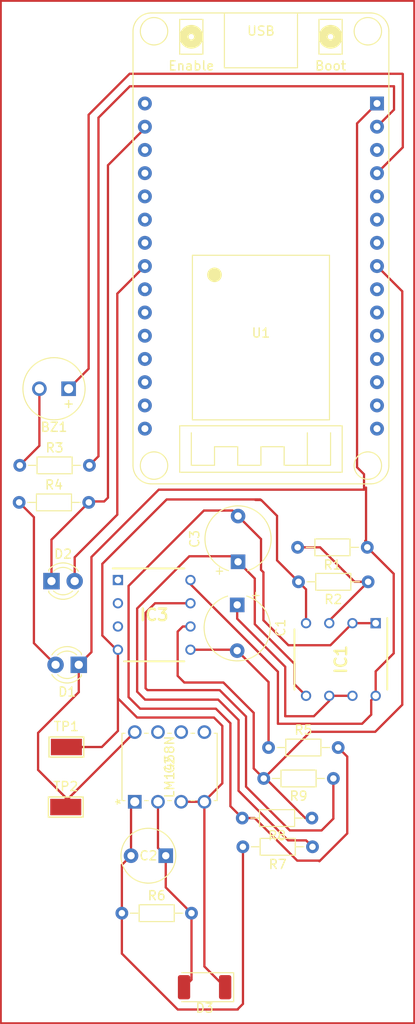
<source format=kicad_pcb>
(kicad_pcb (version 20211014) (generator pcbnew)
  (layers (0 "F.Cu" signal) (31 "B.Cu" signal) (34 "B.Paste" user) (35 "F.Paste" user) (36 "B.SilkS" user "B.Silkscreen") (37 "F.SilkS" user "F.Silkscreen") (38 "B.Mask" user) (39 "F.Mask" user) (44 "Edge.Cuts" user))
  (net 0 "")
  (net 1 "Net-(C1-Pad1)")
  (net 2 "/SIGNAL_2")
  (net 3 "Net-(C2-Pad1)")
  (net 4 "Net-(C2-Pad2)")
  (net 5 "/SIGNAL_1")
  (net 6 "/PWD_1.65")
  (net 7 "VCC")
  (net 8 "GND")
  (net 9 "Net-(IC1-Pad3)")
  (net 16 "Net-(IC3-Pad7)")
  (net 17 "Net-(BZ1-Pad1)")
  (net 18 "Net-(BZ1-Pad2)")
  (net 19 "Net-(D1-Pad2)")
  (net 20 "Net-(D2-Pad1)")
  (net 21 "Net-(D2-Pad2)")
  (net 22 "Net-(R3-Pad2)")
  (net 27 "SIGNAL_OUT")
  (footprint "Custom:MC1458N" (layer "F.Cu") (at 127.276281 151.849813 90)
    (fp_text reference "IC2" (at 3.81 3.81 90) (layer "F.SilkS"))
    (fp_text value "LM1458N" (at 3.81 3.81 90) (layer "F.SilkS"))
    (fp_text user "*" (at 0 -1.5113 90) (layer "F.SilkS"))
    (fp_text user "*" (at 0 -1.5113 90) (layer "F.SilkS"))
    (fp_line (start 0.127 -1.397) (end 0.127 -1.08204) (layer "F.SilkS") (width 0.12))
    (fp_line (start 0.127 9.017) (end 7.493 9.017) (layer "F.SilkS") (width 0.12))
    (fp_line (start 7.493 6.545439) (end 7.493 6.154561) (layer "F.SilkS") (width 0.12))
    (fp_line (start 0.127 1.08204) (end 0.127 1.465439) (layer "F.SilkS") (width 0.12))
    (fp_line (start 0.127 3.614561) (end 0.127 4.005439) (layer "F.SilkS") (width 0.12))
    (fp_line (start 7.493 4.005439) (end 7.493 3.614561) (layer "F.SilkS") (width 0.12))
    (fp_line (start 7.493 9.017) (end 7.493 8.694561) (layer "F.SilkS") (width 0.12))
    (fp_line (start 0.127 8.694561) (end 0.127 9.017) (layer "F.SilkS") (width 0.12))
    (fp_line (start 7.493 -1.397) (end 0.127 -1.397) (layer "F.SilkS") (width 0.12))
    (fp_line (start 7.493 -1.074561) (end 7.493 -1.397) (layer "F.SilkS") (width 0.12))
    (fp_line (start 0.127 6.154561) (end 0.127 6.545439) (layer "F.SilkS") (width 0.12))
    (fp_line (start 7.493 1.465439) (end 7.493 1.074561) (layer "F.SilkS") (width 0.12))
    (pad "1" thru_hole rect locked (at 0 0 90) (size 1.4986 1.4986) (drill 0.9906) (layers *.Cu *.Mask) (net 4 "Net-(C2-Pad2)"))
    (pad "2" thru_hole circle locked (at 0 2.54 90) (size 1.4986 1.4986) (drill 0.9906) (layers *.Cu *.Mask) (net 3 "Net-(C2-Pad1)"))
    (pad "3" thru_hole circle locked (at 0 5.08 90) (size 1.4986 1.4986) (drill 0.9906) (layers *.Cu *.Mask) (net 8 "GND"))
    (pad "4" thru_hole circle locked (at 0 7.62 90) (size 1.4986 1.4986) (drill 0.9906) (layers *.Cu *.Mask) (net 8 "GND"))
    (pad "5" thru_hole circle locked (at 7.62 7.62 90) (size 1.4986 1.4986) (drill 0.9906) (layers *.Cu *.Mask))
    (pad "6" thru_hole circle locked (at 7.62 5.08 90) (size 1.4986 1.4986) (drill 0.9906) (layers *.Cu *.Mask))
    (pad "7" thru_hole circle locked (at 7.62 2.54 90) (size 1.4986 1.4986) (drill 0.9906) (layers *.Cu *.Mask))
    (pad "8" thru_hole circle locked (at 7.62 0 90) (size 1.4986 1.4986) (drill 0.9906) (layers *.Cu *.Mask) (net 7 "VCC"))
  )
  (footprint "Resistor_THT:R_Axial_DIN0204_L3.6mm_D1.6mm_P7.62mm_Horizontal" (layer "F.Cu") (at 152.814907 127.794234 180)
    (fp_text reference "R2" (at 3.81 -1.92) (layer "F.SilkS"))
    (fp_text value "10k")
    (fp_line (start 5.73 0.92) (end 5.73 -0.92) (layer "F.SilkS") (width 0.12))
    (fp_line (start 1.89 0.92) (end 5.73 0.92) (layer "F.SilkS") (width 0.12))
    (fp_line (start 5.73 -0.92) (end 1.89 -0.92) (layer "F.SilkS") (width 0.12))
    (fp_line (start 0.94 0) (end 1.89 0) (layer "F.SilkS") (width 0.12))
    (fp_line (start 6.68 0) (end 5.73 0) (layer "F.SilkS") (width 0.12))
    (fp_line (start 1.89 -0.92) (end 1.89 0.92) (layer "F.SilkS") (width 0.12))
    (pad "1" thru_hole circle (at 0 0 180) (size 1.4 1.4) (drill 0.7) (layers *.Cu *.Mask) (net 9 "Net-(IC1-Pad3)"))
    (pad "2" thru_hole oval (at 7.62 0 180) (size 1.4 1.4) (drill 0.7) (layers *.Cu *.Mask) (net 8 "GND"))
  )
  (footprint "Resistor_THT:R_Axial_DIN0204_L3.6mm_D1.6mm_P7.62mm_Horizontal" (layer "F.Cu") (at 146.66045 153.632625 180)
    (fp_text reference "R8" (at 3.81 -1.92) (layer "F.SilkS"))
    (fp_text value "1k")
    (fp_line (start 5.73 0.92) (end 5.73 -0.92) (layer "F.SilkS") (width 0.12))
    (fp_line (start 5.73 -0.92) (end 1.89 -0.92) (layer "F.SilkS") (width 0.12))
    (fp_line (start 1.89 0.92) (end 5.73 0.92) (layer "F.SilkS") (width 0.12))
    (fp_line (start 1.89 -0.92) (end 1.89 0.92) (layer "F.SilkS") (width 0.12))
    (fp_line (start 0.94 0) (end 1.89 0) (layer "F.SilkS") (width 0.12))
    (fp_line (start 6.68 0) (end 5.73 0) (layer "F.SilkS") (width 0.12))
    (pad "1" thru_hole circle (at 0 0 180) (size 1.4 1.4) (drill 0.7) (layers *.Cu *.Mask) (net 27 "SIGNAL_OUT"))
    (pad "2" thru_hole oval (at 7.62 0 180) (size 1.4 1.4) (drill 0.7) (layers *.Cu *.Mask) (net 6 "/PWD_1.65"))
  )
  (footprint "TestPoint:TestPoint_Keystone_5015_Micro-Minature" (layer "F.Cu") (at 119.726848 152.42682)
    (fp_text reference "TP2" (at 0 -2.25) (layer "F.SilkS"))
    (fp_text value "TestPoint")
    (fp_line (start -1.9 1.1) (end -1.9 -1.1) (layer "F.SilkS") (width 0.15))
    (fp_line (start 1.9 1.1) (end -1.9 1.1) (layer "F.SilkS") (width 0.15))
    (fp_line (start 1.9 -1.1) (end 1.9 1.1) (layer "F.SilkS") (width 0.15))
    (fp_line (start -1.9 -1.1) (end 1.9 -1.1) (layer "F.SilkS") (width 0.15))
    (pad "1" smd rect (at 0 0) (size 3.4 1.8) (layers "F.Cu" "F.Paste" "F.Mask") (net 7 "VCC"))
  )
  (footprint "Custom:DIP794W53P254L959H508Q8N" (layer "F.Cu") (at 129.403443 131.410269)
    (fp_text reference "IC3" (at 0 0) (layer "F.SilkS") (effects (font (size 1.27 1.27) (thickness 0.254))))
    (fp_text value "RC4558IP" hide)
    (fp_line (start -3.3 5.08) (end 3.3 5.08) (layer "F.SilkS") (width 0.2))
    (fp_line (start -4.535 -5.08) (end 3.3 -5.08) (layer "F.SilkS") (width 0.2))
    (pad "1" thru_hole rect locked (at -3.97 -3.81) (size 1.13 1.13) (drill 0.73) (layers *.Cu *.Mask))
    (pad "2" thru_hole circle locked (at -3.97 -1.27) (size 1.13 1.13) (drill 0.73) (layers *.Cu *.Mask))
    (pad "3" thru_hole circle locked (at -3.97 1.27) (size 1.13 1.13) (drill 0.73) (layers *.Cu *.Mask))
    (pad "4" thru_hole circle locked (at -3.97 3.81) (size 1.13 1.13) (drill 0.73) (layers *.Cu *.Mask) (net 8 "GND"))
    (pad "5" thru_hole circle locked (at 3.97 3.81) (size 1.13 1.13) (drill 0.73) (layers *.Cu *.Mask) (net 2 "/SIGNAL_2"))
    (pad "6" thru_hole circle locked (at 3.97 1.27) (size 1.13 1.13) (drill 0.73) (layers *.Cu *.Mask) (net 27 "SIGNAL_OUT"))
    (pad "7" thru_hole circle locked (at 3.97 -1.27) (size 1.13 1.13) (drill 0.73) (layers *.Cu *.Mask) (net 16 "Net-(IC3-Pad7)"))
    (pad "8" thru_hole circle locked (at 3.97 -3.81) (size 1.13 1.13) (drill 0.73) (layers *.Cu *.Mask) (net 7 "VCC"))
  )
  (footprint "Resistor_THT:R_Axial_DIN0204_L3.6mm_D1.6mm_P7.62mm_Horizontal" (layer "F.Cu") (at 149.010877 149.299995 180)
    (fp_text reference "R9" (at 3.81 -1.92) (layer "F.SilkS"))
    (fp_text value "100k")
    (fp_line (start 5.73 0.92) (end 5.73 -0.92) (layer "F.SilkS") (width 0.12))
    (fp_line (start 6.68 0) (end 5.73 0) (layer "F.SilkS") (width 0.12))
    (fp_line (start 5.73 -0.92) (end 1.89 -0.92) (layer "F.SilkS") (width 0.12))
    (fp_line (start 1.89 0.92) (end 5.73 0.92) (layer "F.SilkS") (width 0.12))
    (fp_line (start 0.94 0) (end 1.89 0) (layer "F.SilkS") (width 0.12))
    (fp_line (start 1.89 -0.92) (end 1.89 0.92) (layer "F.SilkS") (width 0.12))
    (pad "1" thru_hole circle (at 0 0 180) (size 1.4 1.4) (drill 0.7) (layers *.Cu *.Mask) (net 16 "Net-(IC3-Pad7)"))
    (pad "2" thru_hole oval (at 7.62 0 180) (size 1.4 1.4) (drill 0.7) (layers *.Cu *.Mask) (net 27 "SIGNAL_OUT"))
  )
  (footprint "Capacitor_THT:CP_Radial_D8.0mm_P3.80mm" (layer "F.Cu") (at 130.669496 157.748311 180)
    (fp_text reference "C2" (at 1.9 0) (layer "F.SilkS"))
    (fp_text value "15p")
    (fp_circle (center 1.9 0) (end 4.9 0) (layer "F.SilkS") (width 0.12) (fill none))
    (pad "1" thru_hole rect (at 0 0 180) (size 1.6 1.6) (drill 0.8) (layers *.Cu *.Mask) (net 3 "Net-(C2-Pad1)"))
    (pad "2" thru_hole circle (at 3.8 0 180) (size 1.6 1.6) (drill 0.8) (layers *.Cu *.Mask) (net 4 "Net-(C2-Pad2)"))
  )
  (footprint "Resistor_THT:R_Axial_DIN0204_L3.6mm_D1.6mm_P7.62mm_Horizontal" (layer "F.Cu") (at 114.693725 115.05968)
    (fp_text reference "R3" (at 3.81 -1.92) (layer "F.SilkS"))
    (fp_text value "120")
    (fp_line (start 5.73 -0.92) (end 1.89 -0.92) (layer "F.SilkS") (width 0.12))
    (fp_line (start 5.73 0.92) (end 5.73 -0.92) (layer "F.SilkS") (width 0.12))
    (fp_line (start 6.68 0) (end 5.73 0) (layer "F.SilkS") (width 0.12))
    (fp_line (start 0.94 0) (end 1.89 0) (layer "F.SilkS") (width 0.12))
    (fp_line (start 1.89 -0.92) (end 1.89 0.92) (layer "F.SilkS") (width 0.12))
    (fp_line (start 1.89 0.92) (end 5.73 0.92) (layer "F.SilkS") (width 0.12))
    (pad "1" thru_hole circle (at 0 0) (size 1.4 1.4) (drill 0.7) (layers *.Cu *.Mask) (net 18 "Net-(BZ1-Pad2)"))
    (pad "2" thru_hole oval (at 7.62 0) (size 1.4 1.4) (drill 0.7) (layers *.Cu *.Mask) (net 22 "Net-(R3-Pad2)"))
  )
  (footprint "LED_THT:LED_D3.0mm_Clear" (layer "F.Cu") (at 121.149557 136.871497 180)
    (fp_text reference "D1" (at 1.27 -2.96) (layer "F.SilkS"))
    (fp_text value "LED")
    (fp_line (start -0.29 1.08) (end -0.29 1.236) (layer "F.SilkS") (width 0.12))
    (fp_line (start -0.29 -1.236) (end -0.29 -1.08) (layer "F.SilkS") (width 0.12))
    (fp_arc (start -0.29 -1.235516) (mid 1.366487 -1.987659) (end 2.942335 -1.078608) (layer "F.SilkS") (width 0.12))
    (fp_arc (start 2.31113 1.079837) (mid 1.270117 1.5) (end 0.229039 1.08) (layer "F.SilkS") (width 0.12))
    (fp_arc (start 0.229039 -1.08) (mid 1.270117 -1.5) (end 2.31113 -1.079837) (layer "F.SilkS") (width 0.12))
    (fp_arc (start 2.942335 1.078608) (mid 1.366487 1.987659) (end -0.29 1.235516) (layer "F.SilkS") (width 0.12))
    (pad "1" thru_hole rect (at 0 0 180) (size 1.8 1.8) (drill 0.9) (layers *.Cu *.Mask) (net 7 "VCC"))
    (pad "2" thru_hole circle (at 2.54 0 180) (size 1.8 1.8) (drill 0.9) (layers *.Cu *.Mask) (net 19 "Net-(D1-Pad2)"))
  )
  (footprint "Resistor_THT:R_Axial_DIN0204_L3.6mm_D1.6mm_P7.62mm_Horizontal" (layer "F.Cu") (at 141.91817 145.918411)
    (fp_text reference "R5" (at 3.81 -1.92) (layer "F.SilkS"))
    (fp_text value "25k")
    (fp_line (start 1.89 0.92) (end 5.73 0.92) (layer "F.SilkS") (width 0.12))
    (fp_line (start 0.94 0) (end 1.89 0) (layer "F.SilkS") (width 0.12))
    (fp_line (start 1.89 -0.92) (end 1.89 0.92) (layer "F.SilkS") (width 0.12))
    (fp_line (start 6.68 0) (end 5.73 0) (layer "F.SilkS") (width 0.12))
    (fp_line (start 5.73 0.92) (end 5.73 -0.92) (layer "F.SilkS") (width 0.12))
    (fp_line (start 5.73 -0.92) (end 1.89 -0.92) (layer "F.SilkS") (width 0.12))
    (pad "1" thru_hole circle (at 0 0) (size 1.4 1.4) (drill 0.7) (layers *.Cu *.Mask) (net 2 "/SIGNAL_2"))
    (pad "2" thru_hole oval (at 7.62 0) (size 1.4 1.4) (drill 0.7) (layers *.Cu *.Mask) (net 6 "/PWD_1.65"))
  )
  (footprint "Custom:DIP794W53P254L959H508Q8N" (layer "F.Cu") (at 149.831598 136.289574 -90)
    (fp_text reference "IC1" (at 0 0 -270) (layer "F.SilkS") (effects (font (size 1.27 1.27) (thickness 0.254))))
    (fp_text value "RC4558IP" hide)
    (fp_line (start -4.535 -5.08) (end 3.3 -5.08) (layer "F.SilkS") (width 0.2))
    (fp_line (start -3.3 5.08) (end 3.3 5.08) (layer "F.SilkS") (width 0.2))
    (pad "1" thru_hole rect locked (at -3.97 -3.81 270) (size 1.13 1.13) (drill 0.73) (layers *.Cu *.Mask) (net 6 "/PWD_1.65"))
    (pad "2" thru_hole circle locked (at -3.97 -1.27 270) (size 1.13 1.13) (drill 0.73) (layers *.Cu *.Mask) (net 6 "/PWD_1.65"))
    (pad "3" thru_hole circle locked (at -3.97 1.27 270) (size 1.13 1.13) (drill 0.73) (layers *.Cu *.Mask) (net 9 "Net-(IC1-Pad3)"))
    (pad "4" thru_hole circle locked (at -3.97 3.81 270) (size 1.13 1.13) (drill 0.73) (layers *.Cu *.Mask) (net 8 "GND"))
    (pad "5" thru_hole circle locked (at 3.97 3.81 270) (size 1.13 1.13) (drill 0.73) (layers *.Cu *.Mask) (net 5 "/SIGNAL_1"))
    (pad "6" thru_hole circle locked (at 3.97 1.27 270) (size 1.13 1.13) (drill 0.73) (layers *.Cu *.Mask) (net 1 "Net-(C1-Pad1)"))
    (pad "7" thru_hole circle locked (at 3.97 -1.27 270) (size 1.13 1.13) (drill 0.73) (layers *.Cu *.Mask) (net 1 "Net-(C1-Pad1)"))
    (pad "8" thru_hole circle locked (at 3.97 -3.81 270) (size 1.13 1.13) (drill 0.73) (layers *.Cu *.Mask) (net 7 "VCC"))
  )
  (footprint "esp32_devkit_v1_doit:esp32_devkit_v1_doit_own_ESP" (layer "F.Cu") (at 141.085126 111.044055 180)
    (fp_text reference "U1" (at 0 10.47) (layer "F.SilkS"))
    (fp_text value "ESP32_DevKit_V1_DOIT")
    (fp_text user "Enable" (at 7.62 39.68) (layer "F.SilkS"))
    (fp_text user "Boot" (at -7.62 39.68) (layer "F.SilkS"))
    (fp_text user "USB" (at 0 43.49) (layer "F.SilkS"))
    (fp_line (start -2.54 -4.008) (end -7.62 -4.008) (layer "F.SilkS") (width 0.12))
    (fp_line (start 5.08 -1.976) (end 2.54 -1.976) (layer "F.SilkS") (width 0.12))
    (fp_line (start 12 -6.04) (end -12 -6.04) (layer "F.SilkS") (width 0.12))
    (fp_line (start 14 -4.04) (end 14 43.46) (layer "F.SilkS") (width 0.12))
    (fp_line (start -7.5 0.96) (end -7.5 18.96) (layer "F.SilkS") (width 0.12))
    (fp_line (start -8.89 -4.77) (end -8.89 0.31) (layer "F.SilkS") (width 0.12))
    (fp_line (start 6.35 44.76) (end 8.89 44.76) (layer "F.SilkS") (width 0.12))
    (fp_line (start 4 39.46) (end -4 39.46) (layer "F.SilkS") (width 0.12))
    (fp_line (start 8.89 0.31) (end 8.89 -4.77) (layer "F.SilkS") (width 0.12))
    (fp_line (start 8.89 -4.77) (end -8.89 -4.77) (layer "F.SilkS") (width 0.12))
    (fp_line (start -8.89 44.76) (end -6.35 44.76) (layer "F.SilkS") (width 0.12))
    (fp_line (start -2.54 -1.976) (end -2.54 -4.008) (layer "F.SilkS") (width 0.12))
    (fp_line (start 7.62 -4.008) (end 5.08 -4.008) (layer "F.SilkS") (width 0.12))
    (fp_line (start -8.89 0.31) (end 8.89 0.31) (layer "F.SilkS") (width 0.12))
    (fp_line (start 8.89 40.95) (end 6.35 40.95) (layer "F.SilkS") (width 0.12))
    (fp_line (start 6.35 40.95) (end 6.35 44.76) (layer "F.SilkS") (width 0.12))
    (fp_line (start -4 39.46) (end -4 45.46) (layer "F.SilkS") (width 0.12))
    (fp_line (start -6.35 44.76) (end -6.35 40.95) (layer "F.SilkS") (width 0.12))
    (fp_line (start 8.89 44.76) (end 8.89 40.95) (layer "F.SilkS") (width 0.12))
    (fp_line (start 5.08 -4.008) (end 5.08 -1.976) (layer "F.SilkS") (width 0.12))
    (fp_line (start 2.54 -4.008) (end 0 -4.008) (layer "F.SilkS") (width 0.12))
    (fp_line (start 0 -1.976) (end -2.54 -1.976) (layer "F.SilkS") (width 0.12))
    (fp_line (start -5.08 -4.008) (end -5.08 -0.452) (layer "F.SilkS") (width 0.12))
    (fp_line (start 7.62 -0.452) (end 7.62 -4.008) (layer "F.SilkS") (width 0.12))
    (fp_line (start -6.35 40.95) (end -8.89 40.95) (layer "F.SilkS") (width 0.12))
    (fp_line (start -14 43.46) (end -14 -4.04) (layer "F.SilkS") (width 0.12))
    (fp_line (start 2.54 -1.976) (end 2.54 -4.008) (layer "F.SilkS") (width 0.12))
    (fp_line (start -7.5 18.96) (end 7.5 18.96) (layer "F.SilkS") (width 0.12))
    (fp_line (start 12 45.46) (end -12 45.46) (layer "F.SilkS") (width 0.12))
    (fp_line (start -7.62 -4.008) (end -7.62 -0.452) (layer "F.SilkS") (width 0.12))
    (fp_line (start -8.89 40.95) (end -8.89 44.76) (layer "F.SilkS") (width 0.12))
    (fp_line (start 7.5 0.96) (end -7.5 0.96) (layer "F.SilkS") (width 0.12))
    (fp_line (start 4 39.46) (end 4 45.46) (layer "F.SilkS") (width 0.12))
    (fp_line (start 0 -4.008) (end 0 -1.976) (layer "F.SilkS") (width 0.12))
    (fp_line (start 7.5 18.96) (end 7.5 0.96) (layer "F.SilkS") (width 0.12))
    (fp_arc (start -14 -4.04) (mid -13.414214 -5.454214) (end -12 -6.04) (layer "F.SilkS") (width 0.12))
    (fp_arc (start 14 43.46) (mid 13.414214 44.874214) (end 12 45.46) (layer "F.SilkS") (width 0.12))
    (fp_arc (start -12 45.46) (mid -13.414214 44.874214) (end -14 43.46) (layer "F.SilkS") (width 0.12))
    (fp_arc (start 12 -6.04) (mid 13.414214 -5.454214) (end 14 -4.04) (layer "F.SilkS") (width 0.12))
    (fp_circle (center 11.7 43.46) (end 10.2 43.46) (layer "F.SilkS") (width 0.12) (fill none))
    (fp_circle (center 7.62 42.855) (end 7.32 42.855) (layer "F.SilkS") (width 1) (fill none))
    (fp_circle (center -7.62 42.855) (end -7.92 42.855) (layer "F.SilkS") (width 1) (fill none))
    (fp_circle (center -11.7 43.46) (end -13.2 43.46) (layer "F.SilkS") (width 0.12) (fill none))
    (fp_circle (center 11.7 -4.04) (end 10.2 -4.04) (layer "F.SilkS") (width 0.12) (fill none))
    (fp_circle (center 5.08 16.82) (end 4.68 16.82) (layer "F.SilkS") (width 0.8) (fill none))
    (fp_circle (center -11.7 -4.04) (end -13.2 -4.04) (layer "F.SilkS") (width 0.12) (fill none))
    (pad "1" thru_hole rect (at -12.7 35.56) (size 1.524 1.524) (drill 0.762) (layers *.Cu *.Mask) (net 7 "VCC"))
    (pad "2" thru_hole circle (at -12.7 33.02) (size 1.524 1.524) (drill 0.762) (layers *.Cu *.Mask) (net 22 "Net-(R3-Pad2)"))
    (pad "3" thru_hole circle (at -12.7 30.48) (size 1.524 1.524) (drill 0.762) (layers *.Cu *.Mask))
    (pad "4" thru_hole circle (at -12.7 27.94) (size 1.524 1.524) (drill 0.762) (layers *.Cu *.Mask) (net 17 "Net-(BZ1-Pad1)"))
    (pad "5" thru_hole circle (at -12.7 25.4) (size 1.524 1.524) (drill 0.762) (layers *.Cu *.Mask))
    (pad "6" thru_hole circle (at -12.7 22.86) (size 1.524 1.524) (drill 0.762) (layers *.Cu *.Mask))
    (pad "7" thru_hole circle (at -12.7 20.32) (size 1.524 1.524) (drill 0.762) (layers *.Cu *.Mask))
    (pad "8" thru_hole circle (at -12.7 17.78) (size 1.524 1.524) (drill 0.762) (layers *.Cu *.Mask) (net 27 "SIGNAL_OUT"))
    (pad "9" thru_hole circle (at -12.7 15.24) (size 1.524 1.524) (drill 0.762) (layers *.Cu *.Mask))
    (pad "10" thru_hole circle (at -12.7 12.7) (size 1.524 1.524) (drill 0.762) (layers *.Cu *.Mask))
    (pad "11" thru_hole circle (at -12.7 10.16) (size 1.524 1.524) (drill 0.762) (layers *.Cu *.Mask))
    (pad "12" thru_hole circle (at -12.7 7.62) (size 1.524 1.524) (drill 0.762) (layers *.Cu *.Mask))
    (pad "13" thru_hole circle (at -12.7 5.08) (size 1.524 1.524) (drill 0.762) (layers *.Cu *.Mask))
    (pad "14" thru_hole circle (at -12.7 2.54) (size 1.524 1.524) (drill 0.762) (layers *.Cu *.Mask))
    (pad "15" thru_hole circle (at -12.7 0) (size 1.524 1.524) (drill 0.762) (layers *.Cu *.Mask))
    (pad "16" thru_hole circle (at 12.7 35.56 180) (size 1.524 1.524) (drill 0.762) (layers *.Cu *.Mask))
    (pad "17" thru_hole circle (at 12.7 33.02 180) (size 1.524 1.524) (drill 0.762) (layers *.Cu *.Mask) (net 20 "Net-(D2-Pad1)"))
    (pad "18" thru_hole circle (at 12.7 30.48 180) (size 1.524 1.524) (drill 0.762) (layers *.Cu *.Mask))
    (pad "19" thru_hole circle (at 12.7 27.94 180) (size 1.524 1.524) (drill 0.762) (layers *.Cu *.Mask))
    (pad "20" thru_hole circle (at 12.7 25.4 180) (size 1.524 1.524) (drill 0.762) (layers *.Cu *.Mask))
    (pad "21" thru_hole circle (at 12.7 22.86 180) (size 1.524 1.524) (drill 0.762) (layers *.Cu *.Mask))
    (pad "22" thru_hole circle (at 12.7 20.32 180) (size 1.524 1.524) (drill 0.762) (layers *.Cu *.Mask))
    (pad "23" thru_hole circle (at 12.7 17.78 180) (size 1.524 1.524) (drill 0.762) (layers *.Cu *.Mask) (net 21 "Net-(D2-Pad2)"))
    (pad "24" thru_hole circle (at 12.7 15.24 180) (size 1.524 1.524) (drill 0.762) (layers *.Cu *.Mask))
    (pad "25" thru_hole circle (at 12.7 12.7 180) (size 1.524 1.524) (drill 0.762) (layers *.Cu *.Mask))
    (pad "26" thru_hole circle (at 12.7 10.16 180) (size 1.524 1.524) (drill 0.762) (layers *.Cu *.Mask))
    (pad "27" thru_hole circle (at 12.7 7.62 180) (size 1.524 1.524) (drill 0.762) (layers *.Cu *.Mask))
    (pad "28" thru_hole circle (at 12.7 5.08 180) (size 1.524 1.524) (drill 0.762) (layers *.Cu *.Mask))
    (pad "29" thru_hole circle (at 12.7 2.54 180) (size 1.524 1.524) (drill 0.762) (layers *.Cu *.Mask))
    (pad "30" thru_hole circle (at 12.7 0 180) (size 1.524 1.524) (drill 0.762) (layers *.Cu *.Mask))
  )
  (footprint "Capacitor_THT:CP_Radial_Tantal_D7.0mm_P5.00mm" (layer "F.Cu") (at 138.486764 130.321123 -90)
    (fp_text reference "C1" (at 2.5 -4.75 90) (layer "F.SilkS"))
    (fp_text value "10u")
    (fp_line (start -1.374723 -2.035) (end -0.674723 -2.035) (layer "F.SilkS") (width 0.12))
    (fp_line (start -1.024723 -2.385) (end -1.024723 -1.685) (layer "F.SilkS") (width 0.12))
    (fp_arc (start -0.961329 -1.06) (mid 6.12 0) (end -0.961329 1.06) (layer "F.SilkS") (width 0.12))
    (pad "1" thru_hole rect (at 0 0 270) (size 1.6 1.6) (drill 0.8) (layers *.Cu *.Mask) (net 1 "Net-(C1-Pad1)"))
    (pad "2" thru_hole circle (at 5 0 270) (size 1.6 1.6) (drill 0.8) (layers *.Cu *.Mask) (net 2 "/SIGNAL_2"))
  )
  (footprint "LED_THT:LED_D3.0mm_FlatTop" (layer "F.Cu") (at 118.162356 127.717343)
    (fp_text reference "D2" (at 1.27 -2.96) (layer "F.SilkS"))
    (fp_text value "LED")
    (fp_line (start -0.29 1.08) (end -0.29 1.236) (layer "F.SilkS") (width 0.12))
    (fp_line (start -0.29 -1.236) (end -0.29 -1.08) (layer "F.SilkS") (width 0.12))
    (fp_arc (start 2.942335 1.078608) (mid 1.366487 1.987659) (end -0.29 1.235516) (layer "F.SilkS") (width 0.12))
    (fp_arc (start 0.229039 -1.08) (mid 1.270117 -1.5) (end 2.31113 -1.079837) (layer "F.SilkS") (width 0.12))
    (fp_arc (start -0.29 -1.235516) (mid 1.366487 -1.987659) (end 2.942335 -1.078608) (layer "F.SilkS") (width 0.12))
    (fp_arc (start 2.31113 1.079837) (mid 1.270117 1.5) (end 0.229039 1.08) (layer "F.SilkS") (width 0.12))
    (pad "1" thru_hole rect (at 0 0) (size 1.8 1.8) (drill 0.9) (layers *.Cu *.Mask) (net 20 "Net-(D2-Pad1)"))
    (pad "2" thru_hole circle (at 2.54 0) (size 1.8 1.8) (drill 0.9) (layers *.Cu *.Mask) (net 21 "Net-(D2-Pad2)"))
  )
  (footprint "Capacitor_THT:CP_Radial_Tantal_D7.0mm_P5.00mm" (layer "F.Cu") (at 138.580404 125.606206 90)
    (fp_text reference "C3" (at 2.5 -4.75 90) (layer "F.SilkS"))
    (fp_text value "100n")
    (fp_line (start -1.374723 -2.035) (end -0.674723 -2.035) (layer "F.SilkS") (width 0.12))
    (fp_line (start -1.024723 -2.385) (end -1.024723 -1.685) (layer "F.SilkS") (width 0.12))
    (fp_arc (start -0.961329 -1.06) (mid 6.12 0) (end -0.961329 1.06) (layer "F.SilkS") (width 0.12))
    (pad "1" thru_hole rect (at 0 0 90) (size 1.6 1.6) (drill 0.8) (layers *.Cu *.Mask) (net 5 "/SIGNAL_1"))
    (pad "2" thru_hole circle (at 5 0 90) (size 1.6 1.6) (drill 0.8) (layers *.Cu *.Mask) (net 6 "/PWD_1.65"))
  )
  (footprint "LED_SMD:LED_2010_5025Metric" (layer "F.Cu") (at 134.919004 172.129808 180)
    (fp_text reference "D3" (at 0 -2.28) (layer "F.SilkS"))
    (fp_text value "D_Photo")
    (fp_line (start -3.185 -1.585) (end -3.185 1.585) (layer "F.SilkS") (width 0.12))
    (fp_line (start 2.5 -1.585) (end -3.185 -1.585) (layer "F.SilkS") (width 0.12))
    (fp_line (start -3.185 1.585) (end 2.5 1.585) (layer "F.SilkS") (width 0.12))
    (pad "1" smd roundrect (at -2.25 0 180) (size 1.35 2.65) (layers "F.Cu" "F.Paste" "F.Mask") (roundrect_rratio 0.185185) (net 8 "GND"))
    (pad "2" smd roundrect (at 2.25 0 180) (size 1.35 2.65) (layers "F.Cu" "F.Paste" "F.Mask") (roundrect_rratio 0.185185) (net 3 "Net-(C2-Pad1)"))
  )
  (footprint "Resistor_THT:R_Axial_DIN0204_L3.6mm_D1.6mm_P7.62mm_Horizontal" (layer "F.Cu") (at 125.865905 164.03258)
    (fp_text reference "R6" (at 3.81 -1.92) (layer "F.SilkS"))
    (fp_text value "100k")
    (fp_line (start 0.94 0) (end 1.89 0) (layer "F.SilkS") (width 0.12))
    (fp_line (start 6.68 0) (end 5.73 0) (layer "F.SilkS") (width 0.12))
    (fp_line (start 5.73 -0.92) (end 1.89 -0.92) (layer "F.SilkS") (width 0.12))
    (fp_line (start 5.73 0.92) (end 5.73 -0.92) (layer "F.SilkS") (width 0.12))
    (fp_line (start 1.89 0.92) (end 5.73 0.92) (layer "F.SilkS") (width 0.12))
    (fp_line (start 1.89 -0.92) (end 1.89 0.92) (layer "F.SilkS") (width 0.12))
    (pad "1" thru_hole circle (at 0 0) (size 1.4 1.4) (drill 0.7) (layers *.Cu *.Mask) (net 4 "Net-(C2-Pad2)"))
    (pad "2" thru_hole oval (at 7.62 0) (size 1.4 1.4) (drill 0.7) (layers *.Cu *.Mask) (net 3 "Net-(C2-Pad1)"))
  )
  (footprint "Resistor_THT:R_Axial_DIN0204_L3.6mm_D1.6mm_P7.62mm_Horizontal" (layer "F.Cu") (at 152.721799 124.023378 180)
    (fp_text reference "R1" (at 3.81 -1.92) (layer "F.SilkS"))
    (fp_text value "10k")
    (fp_line (start 5.73 -0.92) (end 1.89 -0.92) (layer "F.SilkS") (width 0.12))
    (fp_line (start 1.89 -0.92) (end 1.89 0.92) (layer "F.SilkS") (width 0.12))
    (fp_line (start 1.89 0.92) (end 5.73 0.92) (layer "F.SilkS") (width 0.12))
    (fp_line (start 6.68 0) (end 5.73 0) (layer "F.SilkS") (width 0.12))
    (fp_line (start 0.94 0) (end 1.89 0) (layer "F.SilkS") (width 0.12))
    (fp_line (start 5.73 0.92) (end 5.73 -0.92) (layer "F.SilkS") (width 0.12))
    (pad "1" thru_hole circle (at 0 0 180) (size 1.4 1.4) (drill 0.7) (layers *.Cu *.Mask) (net 7 "VCC"))
    (pad "2" thru_hole oval (at 7.62 0 180) (size 1.4 1.4) (drill 0.7) (layers *.Cu *.Mask) (net 9 "Net-(IC1-Pad3)"))
  )
  (footprint "TestPoint:TestPoint_Keystone_5015_Micro-Minature" (layer "F.Cu") (at 119.796678 145.862737)
    (fp_text reference "TP1" (at 0 -2.25) (layer "F.SilkS"))
    (fp_text value "TestPoint")
    (fp_line (start 1.9 1.1) (end -1.9 1.1) (layer "F.SilkS") (width 0.15))
    (fp_line (start 1.9 -1.1) (end 1.9 1.1) (layer "F.SilkS") (width 0.15))
    (fp_line (start -1.9 -1.1) (end 1.9 -1.1) (layer "F.SilkS") (width 0.15))
    (fp_line (start -1.9 1.1) (end -1.9 -1.1) (layer "F.SilkS") (width 0.15))
    (pad "1" smd rect (at 0 0) (size 3.4 1.8) (layers "F.Cu" "F.Paste" "F.Mask") (net 8 "GND"))
  )
  (footprint "Resistor_THT:R_Axial_DIN0204_L3.6mm_D1.6mm_P7.62mm_Horizontal" (layer "F.Cu") (at 146.727994 156.773419 180)
    (fp_text reference "R7" (at 3.81 -1.92) (layer "F.SilkS"))
    (fp_text value "330k")
    (fp_line (start 5.73 -0.92) (end 1.89 -0.92) (layer "F.SilkS") (width 0.12))
    (fp_line (start 6.68 0) (end 5.73 0) (layer "F.SilkS") (width 0.12))
    (fp_line (start 5.73 0.92) (end 5.73 -0.92) (layer "F.SilkS") (width 0.12))
    (fp_line (start 1.89 -0.92) (end 1.89 0.92) (layer "F.SilkS") (width 0.12))
    (fp_line (start 1.89 0.92) (end 5.73 0.92) (layer "F.SilkS") (width 0.12))
    (fp_line (start 0.94 0) (end 1.89 0) (layer "F.SilkS") (width 0.12))
    (pad "1" thru_hole circle (at 0 0 180) (size 1.4 1.4) (drill 0.7) (layers *.Cu *.Mask) (net 5 "/SIGNAL_1"))
    (pad "2" thru_hole oval (at 7.62 0 180) (size 1.4 1.4) (drill 0.7) (layers *.Cu *.Mask) (net 4 "Net-(C2-Pad2)"))
  )
  (footprint "Resistor_THT:R_Axial_DIN0204_L3.6mm_D1.6mm_P7.62mm_Horizontal" (layer "F.Cu") (at 114.623895 119.109859)
    (fp_text reference "R4" (at 3.81 -1.92) (layer "F.SilkS"))
    (fp_text value "240")
    (fp_line (start 6.68 0) (end 5.73 0) (layer "F.SilkS") (width 0.12))
    (fp_line (start 0.94 0) (end 1.89 0) (layer "F.SilkS") (width 0.12))
    (fp_line (start 1.89 -0.92) (end 1.89 0.92) (layer "F.SilkS") (width 0.12))
    (fp_line (start 5.73 -0.92) (end 1.89 -0.92) (layer "F.SilkS") (width 0.12))
    (fp_line (start 5.73 0.92) (end 5.73 -0.92) (layer "F.SilkS") (width 0.12))
    (fp_line (start 1.89 0.92) (end 5.73 0.92) (layer "F.SilkS") (width 0.12))
    (pad "1" thru_hole circle (at 0 0) (size 1.4 1.4) (drill 0.7) (layers *.Cu *.Mask) (net 19 "Net-(D1-Pad2)"))
    (pad "2" thru_hole oval (at 7.62 0) (size 1.4 1.4) (drill 0.7) (layers *.Cu *.Mask) (net 20 "Net-(D2-Pad1)"))
  )
  (footprint "Buzzer_Beeper:MagneticBuzzer_Kingstate_KCG0601" (layer "F.Cu") (at 120.04 106.68 180)
    (fp_text reference "BZ1" (at 1.6 -4.2) (layer "F.SilkS"))
    (fp_text value "Buzzer")
    (fp_text user "+" (at 0 -1.6) (layer "F.SilkS"))
    (fp_circle (center 1.6 0) (end 5 0) (layer "F.SilkS") (width 0.12) (fill none))
    (pad "1" thru_hole rect (at 0 0 180) (size 1.6 1.6) (drill 1) (layers *.Cu *.Mask) (net 17 "Net-(BZ1-Pad1)"))
    (pad "2" thru_hole circle (at 3.2 0 180) (size 1.6 1.6) (drill 1) (layers *.Cu *.Mask) (net 18 "Net-(BZ1-Pad2)"))
  )
  (gr_rect (start 112.629492 176.060571) (end 157.850124 64.267414) (layer "F.Cu") (width 0.2) (fill none))
  (segment (start 138.486764 130.321123) (end 138.486764 131.831421) (width 0.25) (layer "F.Cu") (net 1))
  (segment (start 138.486764 131.831421) (end 143.743631 137.088288) (width 0.25) (layer "F.Cu") (net 1))
  (segment (start 143.743631 142.496745) (end 146.878133 142.496745) (width 0.25) (layer "F.Cu") (net 1))
  (segment (start 151.101598 140.259574) (end 148.561598 140.259574) (width 0.25) (layer "F.Cu") (net 1))
  (segment (start 146.878133 142.496745) (end 148.561598 140.81328) (width 0.25) (layer "F.Cu") (net 1))
  (segment (start 148.561598 140.81328) (end 148.561598 140.259574) (width 0.25) (layer "F.Cu") (net 1))
  (segment (start 143.743631 137.088288) (end 143.743631 142.496745) (width 0.25) (layer "F.Cu") (net 1))
  (segment (start 141.925272 145.925513) (end 142.25589 145.925513) (width 0.25) (layer "F.Cu") (net 2))
  (segment (start 138.38591 135.220269) (end 138.486764 135.321123) (width 0.25) (layer "F.Cu") (net 2))
  (segment (start 133.373443 135.220269) (end 138.38591 135.220269) (width 0.25) (layer "F.Cu") (net 2))
  (segment (start 138.486764 135.321123) (end 141.91817 138.752529) (width 0.25) (layer "F.Cu") (net 2))
  (segment (start 141.91817 145.918411) (end 141.925272 145.925513) (width 0.25) (layer "F.Cu") (net 2))
  (segment (start 141.91817 138.752529) (end 141.91817 145.918411) (width 0.25) (layer "F.Cu") (net 2))
  (segment (start 129.816281 156.895096) (end 130.669496 157.748311) (width 0.25) (layer "F.Cu") (net 3))
  (segment (start 129.816281 151.849813) (end 129.816281 156.895096) (width 0.25) (layer "F.Cu") (net 3))
  (segment (start 133.485905 171.312907) (end 132.669004 172.129808) (width 0.25) (layer "F.Cu") (net 3))
  (segment (start 130.669496 157.748311) (end 130.669496 161.216171) (width 0.25) (layer "F.Cu") (net 3))
  (segment (start 130.669496 161.216171) (end 133.485905 164.03258) (width 0.25) (layer "F.Cu") (net 3))
  (segment (start 133.485905 164.03258) (end 133.485905 171.312907) (width 0.25) (layer "F.Cu") (net 3))
  (segment (start 125.865905 158.751902) (end 126.869496 157.748311) (width 0.25) (layer "F.Cu") (net 4))
  (segment (start 139.107994 156.773419) (end 139.118647 156.784072) (width 0.25) (layer "F.Cu") (net 4))
  (segment (start 125.865905 164.03258) (end 125.865905 158.751902) (width 0.25) (layer "F.Cu") (net 4))
  (segment (start 138.554308 174.569436) (end 131.983052 174.569436) (width 0.25) (layer "F.Cu") (net 4))
  (segment (start 126.869496 157.748311) (end 126.869496 152.256598) (width 0.25) (layer "F.Cu") (net 4))
  (segment (start 126.869496 152.256598) (end 127.276281 151.849813) (width 0.25) (layer "F.Cu") (net 4))
  (segment (start 139.118647 173.954713) (end 138.554308 174.519052) (width 0.25) (layer "F.Cu") (net 4))
  (segment (start 125.865905 168.452289) (end 125.865905 164.03258) (width 0.25) (layer "F.Cu") (net 4))
  (segment (start 139.118647 156.784072) (end 139.118647 173.954713) (width 0.25) (layer "F.Cu") (net 4))
  (segment (start 131.983052 174.569436) (end 125.865905 168.452289) (width 0.25) (layer "F.Cu") (net 4))
  (segment (start 127.538751 130.709433) (end 133.247177 125.001007) (width 0.25) (layer "F.Cu") (net 5))
  (segment (start 146.021598 140.259574) (end 144.741719 138.979695) (width 0.25) (layer "F.Cu") (net 5))
  (segment (start 137.975205 125.001007) (end 138.580404 125.606206) (width 0.25) (layer "F.Cu") (net 5))
  (segment (start 138.636055 142.90734) (end 136.409524 140.680809) (width 0.25) (layer "F.Cu") (net 5))
  (segment (start 144.741719 136.755112) (end 140.411519 132.424912) (width 0.25) (layer "F.Cu") (net 5))
  (segment (start 127.538751 139.811048) (end 127.538751 130.709433) (width 0.25) (layer "F.Cu") (net 5))
  (segment (start 136.409524 140.680809) (end 128.408512 140.680809) (width 0.25) (layer "F.Cu") (net 5))
  (segment (start 146.027994 156.073419) (end 144.061249 156.073419) (width 0.25) (layer "F.Cu") (net 5))
  (segment (start 133.247177 125.001007) (end 137.975205 125.001007) (width 0.25) (layer "F.Cu") (net 5))
  (segment (start 144.061249 156.073419) (end 138.636055 150.648225) (width 0.25) (layer "F.Cu") (net 5))
  (segment (start 140.411519 132.424912) (end 140.411519 127.437321) (width 0.25) (layer "F.Cu") (net 5))
  (segment (start 128.408512 140.680809) (end 127.538751 139.811048) (width 0.25) (layer "F.Cu") (net 5))
  (segment (start 144.741719 138.979695) (end 144.741719 136.755112) (width 0.25) (layer "F.Cu") (net 5))
  (segment (start 146.727994 156.773419) (end 146.027994 156.073419) (width 0.25) (layer "F.Cu") (net 5))
  (segment (start 138.636055 150.648225) (end 138.636055 142.90734) (width 0.25) (layer "F.Cu") (net 5))
  (segment (start 140.411519 127.437321) (end 138.580404 125.606206) (width 0.25) (layer "F.Cu") (net 5))
  (segment (start 126.599973 140.40581) (end 126.599973 128.244148) (width 0.25) (layer "F.Cu") (net 6))
  (segment (start 141.094308 126.491855) (end 141.358811 126.756358) (width 0.25) (layer "F.Cu") (net 6))
  (segment (start 134.843114 120.001007) (end 137.975205 120.001007) (width 0.25) (layer "F.Cu") (net 6))
  (segment (start 136.153551 141.671453) (end 127.865616 141.671453) (width 0.25) (layer "F.Cu") (net 6))
  (segment (start 145.058095 158.286056) (end 140.404664 153.632625) (width 0.25) (layer "F.Cu") (net 6))
  (segment (start 141.094308 123.12011) (end 141.094308 126.491855) (width 0.25) (layer "F.Cu") (net 6))
  (segment (start 144.089965 134.731445) (end 148.689727 134.731445) (width 0.25) (layer "F.Cu") (net 6))
  (segment (start 148.689727 134.731445) (end 151.101598 132.319574) (width 0.25) (layer "F.Cu") (net 6))
  (segment (start 141.358811 132.000291) (end 144.089965 134.731445) (width 0.25) (layer "F.Cu") (net 6))
  (segment (start 140.404664 153.632625) (end 139.04045 153.632625) (width 0.25) (layer "F.Cu") (net 6))
  (segment (start 151.101598 132.319574) (end 153.641598 132.319574) (width 0.25) (layer "F.Cu") (net 6))
  (segment (start 149.53817 145.918411) (end 150.530892 146.911133) (width 0.25) (layer "F.Cu") (net 6))
  (segment (start 150.530892 155.313254) (end 147.483444 158.360702) (width 0.25) (layer "F.Cu") (net 6))
  (segment (start 137.975205 120.001007) (end 138.580404 120.606206) (width 0.25) (layer "F.Cu") (net 6))
  (segment (start 138.580404 120.606206) (end 141.094308 123.12011) (width 0.25) (layer "F.Cu") (net 6))
  (segment (start 147.551857 158.286056) (end 145.058095 158.286056) (width 0.25) (layer "F.Cu") (net 6))
  (segment (start 137.74378 143.261682) (end 136.153551 141.671453) (width 0.25) (layer "F.Cu") (net 6))
  (segment (start 137.74378 152.335955) (end 137.74378 143.261682) (width 0.25) (layer "F.Cu") (net 6))
  (segment (start 127.865616 141.671453) (end 126.599973 140.40581) (width 0.25) (layer "F.Cu") (net 6))
  (segment (start 141.358811 126.756358) (end 141.358811 132.000291) (width 0.25) (layer "F.Cu") (net 6))
  (segment (start 126.599973 128.244148) (end 134.843114 120.001007) (width 0.25) (layer "F.Cu") (net 6))
  (segment (start 150.530892 146.911133) (end 150.530892 155.313254) (width 0.25) (layer "F.Cu") (net 6))
  (segment (start 139.04045 153.632625) (end 137.74378 152.335955) (width 0.25) (layer "F.Cu") (net 6))
  (segment (start 151.603461 115.269172) (end 151.603461 77.66572) (width 0.25) (layer "F.Cu") (net 7))
  (segment (start 152.365961 116.031672) (end 151.603461 115.269172) (width 0.25) (layer "F.Cu") (net 7))
  (segment (start 121.149557 136.871497) (end 121.149557 139.865757) (width 0.25) (layer "F.Cu") (net 7))
  (segment (start 119.726848 151.396276) (end 119.726848 152.42682) (width 0.25) (layer "F.Cu") (net 7))
  (segment (start 152.158822 143.31747) (end 153.151969 142.324323) (width 0.25) (layer "F.Cu") (net 7))
  (segment (start 152.587452 123.889031) (end 155.615543 126.917122) (width 0.25) (layer "F.Cu") (net 7))
  (segment (start 155.615543 126.917122) (end 155.615543 135.617364) (width 0.25) (layer "F.Cu") (net 7))
  (segment (start 116.698033 148.367461) (end 119.726848 151.396276) (width 0.25) (layer "F.Cu") (net 7))
  (segment (start 152.365961 117.71816) (end 152.365961 116.031672) (width 0.25) (layer "F.Cu") (net 7))
  (segment (start 152.587452 123.310252) (end 152.587452 123.889031) (width 0.25) (layer "F.Cu") (net 7))
  (segment (start 152.587452 117.496669) (end 152.587452 123.310252) (width 0.25) (layer "F.Cu") (net 7))
  (segment (start 133.373443 128.06086) (end 142.941639 137.629056) (width 0.25) (layer "F.Cu") (net 7))
  (segment (start 152.587452 123.310252) (end 152.49237 123.310252) (width 0.25) (layer "F.Cu") (net 7))
  (segment (start 116.698033 144.317281) (end 116.698033 148.367461) (width 0.25) (layer "F.Cu") (net 7))
  (segment (start 122.538411 135.482643) (end 122.538411 125.079296) (width 0.25) (layer "F.Cu") (net 7))
  (segment (start 153.151969 142.324323) (end 153.151969 140.749203) (width 0.25) (layer "F.Cu") (net 7))
  (segment (start 122.538411 125.079296) (end 129.899547 117.71816) (width 0.25) (layer "F.Cu") (net 7))
  (segment (start 133.373443 127.600269) (end 133.373443 128.06086) (width 0.25) (layer "F.Cu") (net 7))
  (segment (start 152.365961 117.71816) (end 152.587452 117.496669) (width 0.25) (layer "F.Cu") (net 7))
  (segment (start 129.899547 117.71816) (end 152.365961 117.71816) (width 0.25) (layer "F.Cu") (net 7))
  (segment (start 153.641598 137.591309) (end 153.641598 140.259574) (width 0.25) (layer "F.Cu") (net 7))
  (segment (start 151.603461 77.66572) (end 153.785126 75.484055) (width 0.25) (layer "F.Cu") (net 7))
  (segment (start 142.941639 143.31747) (end 152.158822 143.31747) (width 0.25) (layer "F.Cu") (net 7))
  (segment (start 153.151969 140.749203) (end 153.641598 140.259574) (width 0.25) (layer "F.Cu") (net 7))
  (segment (start 121.149557 139.865757) (end 116.698033 144.317281) (width 0.25) (layer "F.Cu") (net 7))
  (segment (start 142.941639 137.629056) (end 142.941639 143.31747) (width 0.25) (layer "F.Cu") (net 7))
  (segment (start 121.149557 136.871497) (end 122.538411 135.482643) (width 0.25) (layer "F.Cu") (net 7))
  (segment (start 155.615543 135.617364) (end 153.641598 137.591309) (width 0.25) (layer "F.Cu") (net 7))
  (segment (start 127.276281 144.229813) (end 119.726848 151.779246) (width 0.25) (layer "F.Cu") (net 7))
  (segment (start 119.726848 151.779246) (end 119.726848 152.42682) (width 0.25) (layer "F.Cu") (net 7))
  (segment (start 137.169004 172.129808) (end 134.896281 169.857085) (width 0.25) (layer "F.Cu") (net 8))
  (segment (start 132.356281 151.849813) (end 134.896281 151.849813) (width 0.25) (layer "F.Cu") (net 8))
  (segment (start 134.896281 151.793791) (end 136.859816 149.830256) (width 0.25) (layer "F.Cu") (net 8))
  (segment (start 140.471633 118.845563) (end 141.110058 118.845563) (width 0.25) (layer "F.Cu") (net 8))
  (segment (start 134.896281 151.849813) (end 134.896281 151.793791) (width 0.25) (layer "F.Cu") (net 8))
  (segment (start 135.942344 142.63811) (end 127.533122 142.63811) (width 0.25) (layer "F.Cu") (net 8))
  (segment (start 119.796678 145.862737) (end 123.671919 145.862737) (width 0.25) (layer "F.Cu") (net 8))
  (segment (start 134.896281 169.857085) (end 134.896281 151.849813) (width 0.25) (layer "F.Cu") (net 8))
  (segment (start 123.726673 133.664549) (end 123.726673 125.830774) (width 0.25) (layer "F.Cu") (net 8))
  (segment (start 123.671919 145.862737) (end 125.433443 144.101213) (width 0.25) (layer "F.Cu") (net 8))
  (segment (start 146.021598 128.620925) (end 146.021598 132.319574) (width 0.25) (layer "F.Cu") (net 8))
  (segment (start 127.533122 142.63811) (end 125.433443 140.538431) (width 0.25) (layer "F.Cu") (net 8))
  (segment (start 125.433443 140.538431) (end 125.433443 135.371319) (width 0.25) (layer "F.Cu") (net 8))
  (segment (start 136.859816 143.555582) (end 135.942344 142.63811) (width 0.25) (layer "F.Cu") (net 8))
  (segment (start 125.433443 135.371319) (end 123.726673 133.664549) (width 0.25) (layer "F.Cu") (net 8))
  (segment (start 145.194907 127.794234) (end 146.021598 128.620925) (width 0.25) (layer "F.Cu") (net 8))
  (segment (start 136.859816 149.830256) (end 136.859816 143.555582) (width 0.25) (layer "F.Cu") (net 8))
  (segment (start 125.433443 144.101213) (end 125.433443 135.220269) (width 0.25) (layer "F.Cu") (net 8))
  (segment (start 142.848066 120.583571) (end 142.848066 125.447393) (width 0.25) (layer "F.Cu") (net 8))
  (segment (start 141.110058 118.845563) (end 142.848066 120.583571) (width 0.25) (layer "F.Cu") (net 8))
  (segment (start 123.726673 125.830774) (end 130.76855 118.788897) (width 0.25) (layer "F.Cu") (net 8))
  (segment (start 141.0012 118.788897) (end 141.094308 118.882005) (width 0.25) (layer "F.Cu") (net 8))
  (segment (start 142.848066 125.447393) (end 145.194907 127.794234) (width 0.25) (layer "F.Cu") (net 8))
  (segment (start 130.76855 118.788897) (end 141.0012 118.788897) (width 0.25) (layer "F.Cu") (net 8))
  (segment (start 151.332596 127.794234) (end 152.814907 127.794234) (width 0.25) (layer "F.Cu") (net 9))
  (segment (start 148.561598 132.047543) (end 148.561598 132.319574) (width 0.25) (layer "F.Cu") (net 9))
  (segment (start 147.56174 124.023378) (end 151.332596 127.794234) (width 0.25) (layer "F.Cu") (net 9))
  (segment (start 145.101799 124.023378) (end 147.56174 124.023378) (width 0.25) (layer "F.Cu") (net 9))
  (segment (start 152.814907 127.794234) (end 148.561598 132.047543) (width 0.25) (layer "F.Cu") (net 9))
  (segment (start 149.010877 153.693683) (end 147.717769 154.986791) (width 0.25) (layer "F.Cu") (net 16))
  (segment (start 139.454893 142.52701) (end 136.569668 139.641785) (width 0.25) (layer "F.Cu") (net 16))
  (segment (start 129.494107 130.140269) (end 133.373443 130.140269) (width 0.25) (layer "F.Cu") (net 16))
  (segment (start 128.667833 139.641785) (end 128.461851 139.435803) (width 0.25) (layer "F.Cu") (net 16))
  (segment (start 144.242947 154.986791) (end 139.454893 150.198737) (width 0.25) (layer "F.Cu") (net 16))
  (segment (start 149.010877 149.299995) (end 149.010877 153.693683) (width 0.25) (layer "F.Cu") (net 16))
  (segment (start 128.461851 131.172525) (end 129.494107 130.140269) (width 0.25) (layer "F.Cu") (net 16))
  (segment (start 128.461851 139.435803) (end 128.461851 131.172525) (width 0.25) (layer "F.Cu") (net 16))
  (segment (start 136.569668 139.641785) (end 128.667833 139.641785) (width 0.25) (layer "F.Cu") (net 16))
  (segment (start 139.454893 150.198737) (end 139.454893 142.52701) (width 0.25) (layer "F.Cu") (net 16))
  (segment (start 147.717769 154.986791) (end 144.242947 154.986791) (width 0.25) (layer "F.Cu") (net 16))
  (segment (start 122.228053 104.491947) (end 122.228053 76.721247) (width 0.25) (layer "F.Cu") (net 17))
  (segment (start 126.713431 72.235869) (end 156.577654 72.235869) (width 0.25) (layer "F.Cu") (net 17))
  (segment (start 156.60869 72.266905) (end 156.60869 80.280491) (width 0.25) (layer "F.Cu") (net 17))
  (segment (start 122.228053 76.721247) (end 126.713431 72.235869) (width 0.25) (layer "F.Cu") (net 17))
  (segment (start 120.04 106.68) (end 122.228053 104.491947) (width 0.25) (layer "F.Cu") (net 17))
  (segment (start 156.60869 80.280491) (end 153.785126 83.104055) (width 0.25) (layer "F.Cu") (net 17))
  (segment (start 156.577654 72.235869) (end 156.60869 72.266905) (width 0.25) (layer "F.Cu") (net 17))
  (segment (start 116.84 112.913405) (end 114.693725 115.05968) (width 0.25) (layer "F.Cu") (net 18))
  (segment (start 116.84 106.68) (end 116.84 112.913405) (width 0.25) (layer "F.Cu") (net 18))
  (segment (start 116.239905 120.725869) (end 114.820663 119.306627) (width 0.25) (layer "F.Cu") (net 19))
  (segment (start 118.609557 136.871497) (end 116.239905 134.501845) (width 0.25) (layer "F.Cu") (net 19))
  (segment (start 116.239905 134.501845) (end 116.239905 120.725869) (width 0.25) (layer "F.Cu") (net 19))
  (segment (start 123.932555 119.006148) (end 124.343896 118.594807) (width 0.25) (layer "F.Cu") (net 20))
  (segment (start 122.347606 119.006148) (end 123.932555 119.006148) (width 0.25) (layer "F.Cu") (net 20))
  (segment (start 118.162356 127.717343) (end 118.162356 123.191398) (width 0.25) (layer "F.Cu") (net 20))
  (segment (start 118.162356 123.191398) (end 122.347606 119.006148) (width 0.25) (layer "F.Cu") (net 20))
  (segment (start 128.385126 78.198995) (end 128.385126 78.024055) (width 0.25) (layer "F.Cu") (net 20))
  (segment (start 124.343896 118.594807) (end 124.343896 82.240225) (width 0.25) (layer "F.Cu") (net 20))
  (segment (start 124.343896 82.240225) (end 128.385126 78.198995) (width 0.25) (layer "F.Cu") (net 20))
  (segment (start 120.702356 125.115271) (end 125.365493 120.452134) (width 0.25) (layer "F.Cu") (net 21))
  (segment (start 120.702356 127.717343) (end 120.702356 125.115271) (width 0.25) (layer "F.Cu") (net 21))
  (segment (start 125.365493 120.452134) (end 125.365493 96.283688) (width 0.25) (layer "F.Cu") (net 21))
  (segment (start 125.365493 96.283688) (end 128.385126 93.264055) (width 0.25) (layer "F.Cu") (net 21))
  (segment (start 155.648958 73.601446) (end 155.648958 76.160223) (width 0.25) (layer "F.Cu") (net 22))
  (segment (start 122.313725 115.05968) (end 123.305126 114.068279) (width 0.25) (layer "F.Cu") (net 22))
  (segment (start 123.305126 114.068279) (end 123.305126 77.037245) (width 0.25) (layer "F.Cu") (net 22))
  (segment (start 126.740925 73.601446) (end 155.648958 73.601446) (width 0.25) (layer "F.Cu") (net 22))
  (segment (start 123.305126 77.037245) (end 126.740925 73.601446) (width 0.25) (layer "F.Cu") (net 22))
  (segment (start 155.648958 76.160223) (end 153.785126 78.024055) (width 0.25) (layer "F.Cu") (net 22))
  (segment (start 141.390877 149.299995) (end 141.603196 149.299995) (width 0.25) (layer "F.Cu") (net 27))
  (segment (start 131.971859 133.23989) (end 131.971859 138.079198) (width 0.25) (layer "F.Cu") (net 27))
  (segment (start 145.935826 153.632625) (end 146.66045 153.632625) (width 0.25) (layer "F.Cu") (net 27))
  (segment (start 140.293787 142.123443) (end 140.293787 148.202905) (width 0.25) (layer "F.Cu") (net 27))
  (segment (start 153.593274 144.198078) (end 156.551558 141.239794) (width 0.25) (layer "F.Cu") (net 27))
  (segment (start 141.603196 149.299995) (end 145.935826 153.632625) (width 0.25) (layer "F.Cu") (net 27))
  (segment (start 136.979493 138.809149) (end 140.293787 142.123443) (width 0.25) (layer "F.Cu") (net 27))
  (segment (start 140.293787 148.202905) (end 141.390877 149.299995) (width 0.25) (layer "F.Cu") (net 27))
  (segment (start 156.551558 96.030487) (end 153.785126 93.264055) (width 0.25) (layer "F.Cu") (net 27))
  (segment (start 141.390877 149.299995) (end 141.390877 149.299994) (width 0.25) (layer "F.Cu") (net 27))
  (segment (start 132.70181 138.809149) (end 136.979493 138.809149) (width 0.25) (layer "F.Cu") (net 27))
  (segment (start 156.551558 141.239794) (end 156.551558 96.030487) (width 0.25) (layer "F.Cu") (net 27))
  (segment (start 131.971859 138.079198) (end 132.70181 138.809149) (width 0.25) (layer "F.Cu") (net 27))
  (segment (start 132.53148 132.680269) (end 131.971859 133.23989) (width 0.25) (layer "F.Cu") (net 27))
  (segment (start 141.390877 149.299994) (end 146.492793 144.198078) (width 0.25) (layer "F.Cu") (net 27))
  (segment (start 133.373443 132.680269) (end 132.53148 132.680269) (width 0.25) (layer "F.Cu") (net 27))
  (segment (start 146.492793 144.198078) (end 153.593274 144.198078) (width 0.25) (layer "F.Cu") (net 27))
)
</source>
